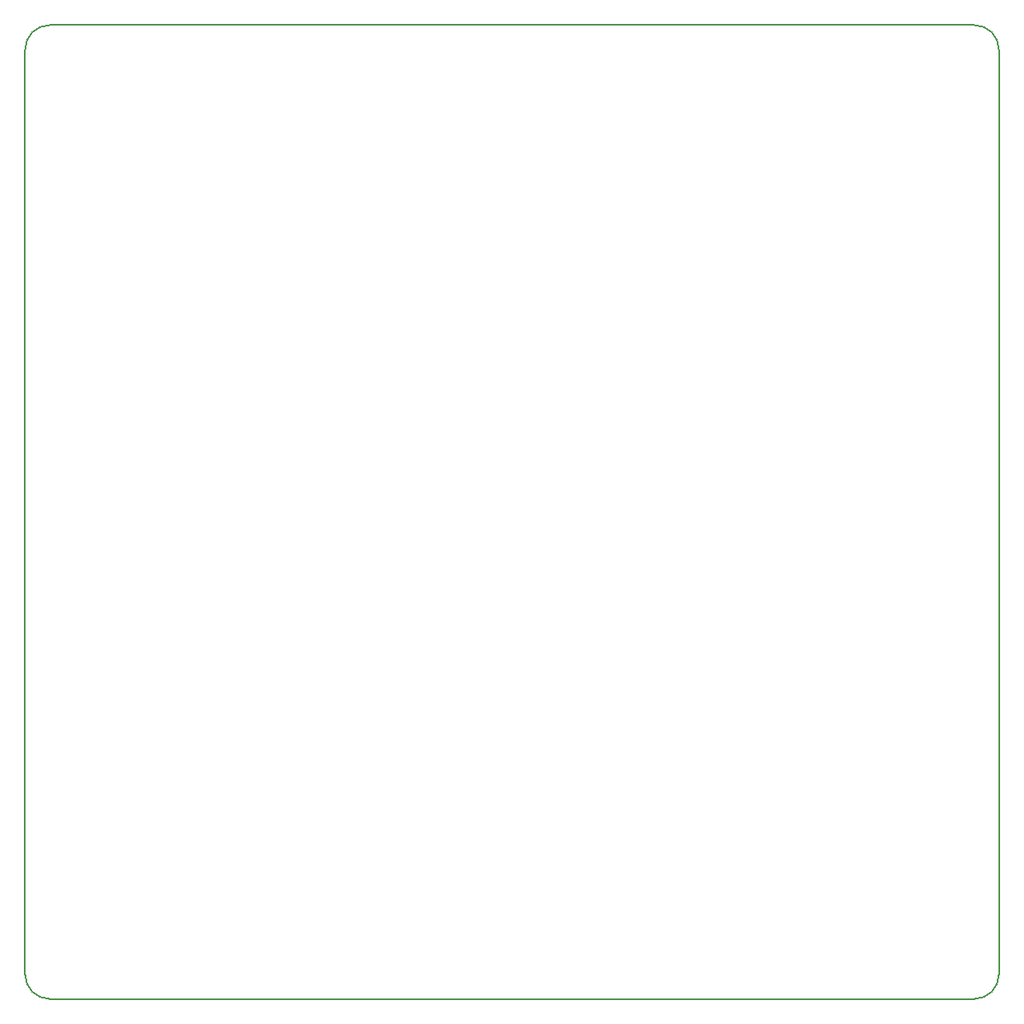
<source format=gbr>
G04 #@! TF.GenerationSoftware,KiCad,Pcbnew,(5.0.1-3-g963ef8bb5)*
G04 #@! TF.CreationDate,2019-03-19T08:35:04+01:00*
G04 #@! TF.ProjectId,capacitive-touch-demo,636170616369746976652D746F756368,3.0.0*
G04 #@! TF.SameCoordinates,Original*
G04 #@! TF.FileFunction,Profile,NP*
%FSLAX46Y46*%
G04 Gerber Fmt 4.6, Leading zero omitted, Abs format (unit mm)*
G04 Created by KiCad (PCBNEW (5.0.1-3-g963ef8bb5)) date 2019 March 19, Tuesday 08:35:04*
%MOMM*%
%LPD*%
G01*
G04 APERTURE LIST*
%ADD10C,0.150000*%
G04 APERTURE END LIST*
D10*
X180000000Y-127500000D02*
X180000000Y-32500000D01*
X82500000Y-130000000D02*
X177500000Y-130000000D01*
X80000000Y-32500000D02*
X80000000Y-127500000D01*
X177500000Y-30000000D02*
X82500000Y-30000000D01*
X82500000Y-130000000D02*
G75*
G02X80000000Y-127500000I0J2500000D01*
G01*
X180000000Y-127500000D02*
G75*
G02X177500000Y-130000000I-2500000J0D01*
G01*
X177500000Y-30000000D02*
G75*
G02X180000000Y-32500000I0J-2500000D01*
G01*
X80000000Y-32500000D02*
G75*
G02X82500000Y-30000000I2500000J0D01*
G01*
M02*

</source>
